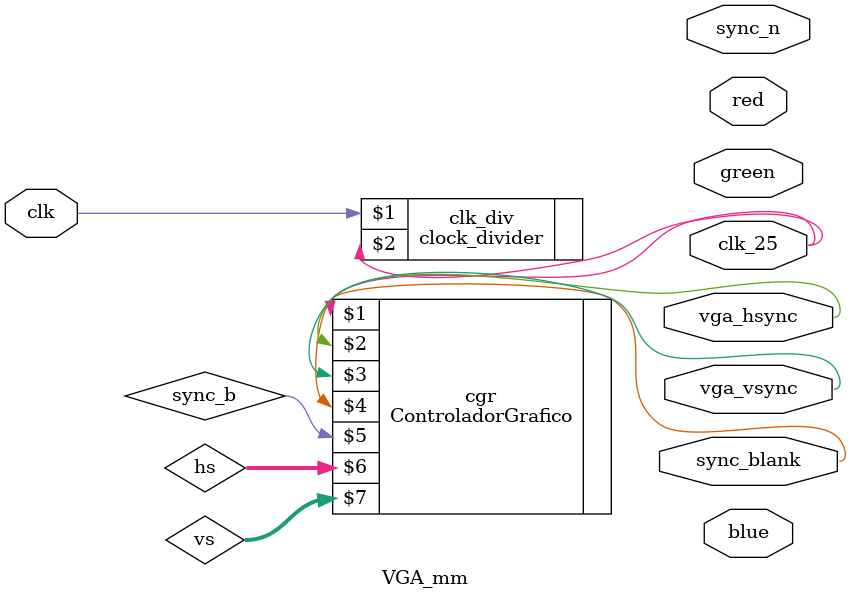
<source format=sv>
module VGA_mm
(

	input logic clk,
	output logic vga_hsync,vga_vsync,sync_blank,sync_n,
	output logic [7:0]red,green,blue,
	output logic clk_25
);


	logic [9:0]hs;
	logic [9:0]vs;
	
	clock_divider clk_div(clk,clk_25);
			
	ControladorGrafico cgr(clk_25,vga_hsync,vga_vsync,sync_blank,sync_b,hs,vs);


endmodule
</source>
